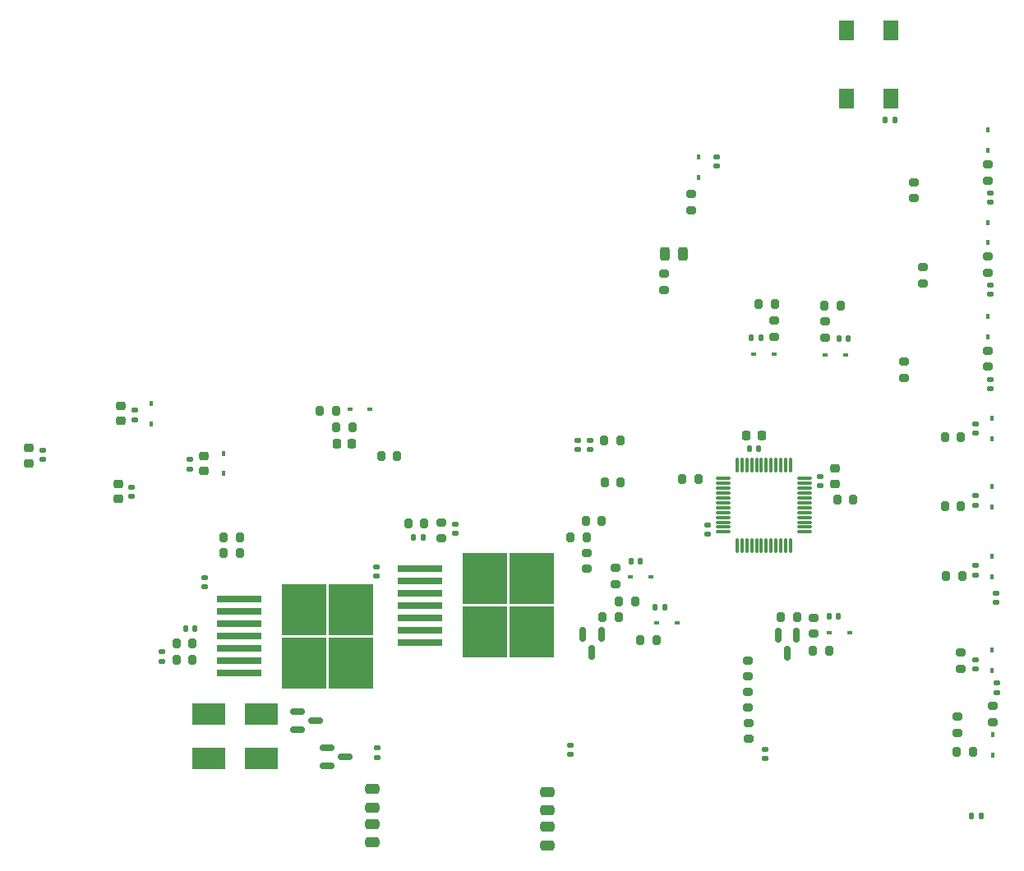
<source format=gtp>
%TF.GenerationSoftware,KiCad,Pcbnew,6.0.6-3a73a75311~116~ubuntu20.04.1*%
%TF.CreationDate,2022-07-18T20:20:35-06:00*%
%TF.ProjectId,hvac-v2,68766163-2d76-4322-9e6b-696361645f70,rev?*%
%TF.SameCoordinates,Original*%
%TF.FileFunction,Paste,Top*%
%TF.FilePolarity,Positive*%
%FSLAX46Y46*%
G04 Gerber Fmt 4.6, Leading zero omitted, Abs format (unit mm)*
G04 Created by KiCad (PCBNEW 6.0.6-3a73a75311~116~ubuntu20.04.1) date 2022-07-18 20:20:35*
%MOMM*%
%LPD*%
G01*
G04 APERTURE LIST*
G04 Aperture macros list*
%AMRoundRect*
0 Rectangle with rounded corners*
0 $1 Rounding radius*
0 $2 $3 $4 $5 $6 $7 $8 $9 X,Y pos of 4 corners*
0 Add a 4 corners polygon primitive as box body*
4,1,4,$2,$3,$4,$5,$6,$7,$8,$9,$2,$3,0*
0 Add four circle primitives for the rounded corners*
1,1,$1+$1,$2,$3*
1,1,$1+$1,$4,$5*
1,1,$1+$1,$6,$7*
1,1,$1+$1,$8,$9*
0 Add four rect primitives between the rounded corners*
20,1,$1+$1,$2,$3,$4,$5,0*
20,1,$1+$1,$4,$5,$6,$7,0*
20,1,$1+$1,$6,$7,$8,$9,0*
20,1,$1+$1,$8,$9,$2,$3,0*%
G04 Aperture macros list end*
%ADD10RoundRect,0.200000X-0.275000X0.200000X-0.275000X-0.200000X0.275000X-0.200000X0.275000X0.200000X0*%
%ADD11RoundRect,0.200000X0.275000X-0.200000X0.275000X0.200000X-0.275000X0.200000X-0.275000X-0.200000X0*%
%ADD12RoundRect,0.200000X0.200000X0.275000X-0.200000X0.275000X-0.200000X-0.275000X0.200000X-0.275000X0*%
%ADD13RoundRect,0.200000X-0.200000X-0.275000X0.200000X-0.275000X0.200000X0.275000X-0.200000X0.275000X0*%
%ADD14RoundRect,0.150000X-0.587500X-0.150000X0.587500X-0.150000X0.587500X0.150000X-0.587500X0.150000X0*%
%ADD15RoundRect,0.225000X-0.250000X0.225000X-0.250000X-0.225000X0.250000X-0.225000X0.250000X0.225000X0*%
%ADD16RoundRect,0.140000X-0.140000X-0.170000X0.140000X-0.170000X0.140000X0.170000X-0.140000X0.170000X0*%
%ADD17RoundRect,0.140000X0.170000X-0.140000X0.170000X0.140000X-0.170000X0.140000X-0.170000X-0.140000X0*%
%ADD18RoundRect,0.140000X-0.170000X0.140000X-0.170000X-0.140000X0.170000X-0.140000X0.170000X0.140000X0*%
%ADD19RoundRect,0.140000X0.140000X0.170000X-0.140000X0.170000X-0.140000X-0.170000X0.140000X-0.170000X0*%
%ADD20RoundRect,0.225000X-0.225000X-0.250000X0.225000X-0.250000X0.225000X0.250000X-0.225000X0.250000X0*%
%ADD21RoundRect,0.250000X-0.475000X0.250000X-0.475000X-0.250000X0.475000X-0.250000X0.475000X0.250000X0*%
%ADD22RoundRect,0.250000X0.475000X-0.250000X0.475000X0.250000X-0.475000X0.250000X-0.475000X-0.250000X0*%
%ADD23R,0.600000X0.450000*%
%ADD24R,3.500000X2.300000*%
%ADD25RoundRect,0.243750X-0.243750X-0.456250X0.243750X-0.456250X0.243750X0.456250X-0.243750X0.456250X0*%
%ADD26R,0.450000X0.600000*%
%ADD27RoundRect,0.150000X-0.150000X0.587500X-0.150000X-0.587500X0.150000X-0.587500X0.150000X0.587500X0*%
%ADD28R,1.500000X2.000000*%
%ADD29RoundRect,0.075000X-0.075000X0.662500X-0.075000X-0.662500X0.075000X-0.662500X0.075000X0.662500X0*%
%ADD30RoundRect,0.075000X-0.662500X0.075000X-0.662500X-0.075000X0.662500X-0.075000X0.662500X0.075000X0*%
%ADD31R,4.550000X5.250000*%
%ADD32R,4.600000X0.800000*%
%ADD33RoundRect,0.225000X0.250000X-0.225000X0.250000X0.225000X-0.250000X0.225000X-0.250000X-0.225000X0*%
G04 APERTURE END LIST*
D10*
%TO.C,R45*%
X138780000Y-94835000D03*
X138780000Y-96485000D03*
%TD*%
%TO.C,R44*%
X140730000Y-85095000D03*
X140730000Y-86745000D03*
%TD*%
%TO.C,R43*%
X139750000Y-76305000D03*
X139750000Y-77955000D03*
%TD*%
%TO.C,R42*%
X144210000Y-131375000D03*
X144210000Y-133025000D03*
%TD*%
D11*
%TO.C,R41*%
X116790000Y-79175000D03*
X116790000Y-77525000D03*
%TD*%
D12*
%TO.C,R40*%
X117555000Y-106870000D03*
X115905000Y-106870000D03*
%TD*%
D11*
%TO.C,R39*%
X122710000Y-133675000D03*
X122710000Y-132025000D03*
%TD*%
D12*
%TO.C,R38*%
X86535000Y-104490000D03*
X84885000Y-104490000D03*
%TD*%
D13*
%TO.C,R31*%
X107925000Y-107200000D03*
X109575000Y-107200000D03*
%TD*%
D14*
%TO.C,Q4*%
X79332500Y-134590000D03*
X79332500Y-136490000D03*
X81207500Y-135540000D03*
%TD*%
D15*
%TO.C,C1*%
X131600000Y-105825000D03*
X131600000Y-107375000D03*
%TD*%
D16*
%TO.C,C2*%
X136820000Y-69900000D03*
X137780000Y-69900000D03*
%TD*%
D17*
%TO.C,C3*%
X92500000Y-112480000D03*
X92500000Y-111520000D03*
%TD*%
D18*
%TO.C,C5*%
X130100000Y-106620000D03*
X130100000Y-107580000D03*
%TD*%
D16*
%TO.C,C6*%
X113120000Y-120100000D03*
X114080000Y-120100000D03*
%TD*%
D19*
%TO.C,C7*%
X89180000Y-112900000D03*
X88220000Y-112900000D03*
%TD*%
D16*
%TO.C,C8*%
X122820000Y-103800000D03*
X123780000Y-103800000D03*
%TD*%
D20*
%TO.C,C9*%
X122525000Y-102400000D03*
X124075000Y-102400000D03*
%TD*%
D21*
%TO.C,C10*%
X102000000Y-139150000D03*
X102000000Y-141050000D03*
%TD*%
%TO.C,C11*%
X102000000Y-142750000D03*
X102000000Y-144650000D03*
%TD*%
D17*
%TO.C,C12*%
X84400000Y-116880000D03*
X84400000Y-115920000D03*
%TD*%
%TO.C,C13*%
X66700000Y-117980000D03*
X66700000Y-117020000D03*
%TD*%
D20*
%TO.C,C14*%
X80325000Y-103300000D03*
X81875000Y-103300000D03*
%TD*%
D22*
%TO.C,C15*%
X84000000Y-140750000D03*
X84000000Y-138850000D03*
%TD*%
%TO.C,C16*%
X84000000Y-144350000D03*
X84000000Y-142450000D03*
%TD*%
D17*
%TO.C,C17*%
X84500000Y-135580000D03*
X84500000Y-134620000D03*
%TD*%
D19*
%TO.C,C18*%
X65680000Y-122300000D03*
X64720000Y-122300000D03*
%TD*%
D17*
%TO.C,C20*%
X62300000Y-125680000D03*
X62300000Y-124720000D03*
%TD*%
D16*
%TO.C,C21*%
X132020000Y-92400000D03*
X132980000Y-92400000D03*
%TD*%
D18*
%TO.C,C22*%
X106400000Y-102920000D03*
X106400000Y-103880000D03*
%TD*%
%TO.C,C23*%
X105100000Y-102920000D03*
X105100000Y-103880000D03*
%TD*%
%TO.C,C24*%
X119400000Y-73720000D03*
X119400000Y-74680000D03*
%TD*%
D16*
%TO.C,C25*%
X110620000Y-115400000D03*
X111580000Y-115400000D03*
%TD*%
%TO.C,C26*%
X131020000Y-121000000D03*
X131980000Y-121000000D03*
%TD*%
%TO.C,C27*%
X123020000Y-92300000D03*
X123980000Y-92300000D03*
%TD*%
D17*
%TO.C,C28*%
X146100000Y-116780000D03*
X146100000Y-115820000D03*
%TD*%
%TO.C,C29*%
X146100000Y-126480000D03*
X146100000Y-125520000D03*
%TD*%
D18*
%TO.C,C30*%
X59200000Y-107720000D03*
X59200000Y-108680000D03*
%TD*%
D17*
%TO.C,C31*%
X146100000Y-102180000D03*
X146100000Y-101220000D03*
%TD*%
%TO.C,C32*%
X146100000Y-109580000D03*
X146100000Y-108620000D03*
%TD*%
%TO.C,C33*%
X104400000Y-135280000D03*
X104400000Y-134320000D03*
%TD*%
%TO.C,C34*%
X124400000Y-135680000D03*
X124400000Y-134720000D03*
%TD*%
D18*
%TO.C,C35*%
X65200000Y-104900000D03*
X65200000Y-105860000D03*
%TD*%
D17*
%TO.C,C36*%
X148200000Y-119600000D03*
X148200000Y-118640000D03*
%TD*%
%TO.C,C37*%
X148300000Y-128880000D03*
X148300000Y-127920000D03*
%TD*%
D15*
%TO.C,C38*%
X66600000Y-104525000D03*
X66600000Y-106075000D03*
%TD*%
D19*
%TO.C,C40*%
X146680000Y-141600000D03*
X145720000Y-141600000D03*
%TD*%
D18*
%TO.C,C41*%
X147600000Y-77420000D03*
X147600000Y-78380000D03*
%TD*%
%TO.C,C42*%
X147600000Y-86920000D03*
X147600000Y-87880000D03*
%TD*%
%TO.C,C43*%
X147600000Y-96620000D03*
X147600000Y-97580000D03*
%TD*%
D23*
%TO.C,D1*%
X113250000Y-121700000D03*
X115350000Y-121700000D03*
%TD*%
%TO.C,D2*%
X81650000Y-99700000D03*
X83750000Y-99700000D03*
%TD*%
D24*
%TO.C,D4*%
X72500000Y-131100000D03*
X67100000Y-131100000D03*
%TD*%
D25*
%TO.C,D5*%
X114125000Y-83700000D03*
X116000000Y-83700000D03*
%TD*%
D26*
%TO.C,D6*%
X147900000Y-135350000D03*
X147900000Y-133250000D03*
%TD*%
D23*
%TO.C,D7*%
X132750000Y-94100000D03*
X130650000Y-94100000D03*
%TD*%
D26*
%TO.C,D10*%
X117600000Y-73750000D03*
X117600000Y-75850000D03*
%TD*%
D23*
%TO.C,D11*%
X110550000Y-117000000D03*
X112650000Y-117000000D03*
%TD*%
%TO.C,D12*%
X131050000Y-122700000D03*
X133150000Y-122700000D03*
%TD*%
%TO.C,D13*%
X125350000Y-94000000D03*
X123250000Y-94000000D03*
%TD*%
D26*
%TO.C,D14*%
X147800000Y-116950000D03*
X147800000Y-114850000D03*
%TD*%
%TO.C,D15*%
X147800000Y-126650000D03*
X147800000Y-124550000D03*
%TD*%
D24*
%TO.C,D16*%
X72500000Y-135700000D03*
X67100000Y-135700000D03*
%TD*%
D26*
%TO.C,D19*%
X147800000Y-102750000D03*
X147800000Y-100650000D03*
%TD*%
%TO.C,D20*%
X147800000Y-109750000D03*
X147800000Y-107650000D03*
%TD*%
%TO.C,D21*%
X68600000Y-104250000D03*
X68600000Y-106350000D03*
%TD*%
%TO.C,D22*%
X147400000Y-73050000D03*
X147400000Y-70950000D03*
%TD*%
%TO.C,D23*%
X147400000Y-82550000D03*
X147400000Y-80450000D03*
%TD*%
%TO.C,D24*%
X147400000Y-92250000D03*
X147400000Y-90150000D03*
%TD*%
D14*
%TO.C,Q1*%
X76262500Y-130850000D03*
X76262500Y-132750000D03*
X78137500Y-131800000D03*
%TD*%
D27*
%TO.C,Q2*%
X107550000Y-122862500D03*
X105650000Y-122862500D03*
X106600000Y-124737500D03*
%TD*%
%TO.C,Q3*%
X127650000Y-122962500D03*
X125750000Y-122962500D03*
X126700000Y-124837500D03*
%TD*%
D11*
%TO.C,R1*%
X91100000Y-113025000D03*
X91100000Y-111375000D03*
%TD*%
D13*
%TO.C,R2*%
X131875000Y-109000000D03*
X133525000Y-109000000D03*
%TD*%
D12*
%TO.C,R3*%
X107625000Y-111200000D03*
X105975000Y-111200000D03*
%TD*%
%TO.C,R4*%
X106025000Y-112900000D03*
X104375000Y-112900000D03*
%TD*%
D13*
%TO.C,R5*%
X87675000Y-111500000D03*
X89325000Y-111500000D03*
%TD*%
%TO.C,R6*%
X111575000Y-123500000D03*
X113225000Y-123500000D03*
%TD*%
D11*
%TO.C,R7*%
X122700000Y-130450000D03*
X122700000Y-128800000D03*
%TD*%
D13*
%TO.C,R8*%
X78575000Y-99900000D03*
X80225000Y-99900000D03*
%TD*%
%TO.C,R9*%
X80275000Y-101600000D03*
X81925000Y-101600000D03*
%TD*%
D12*
%TO.C,R10*%
X65425000Y-123800000D03*
X63775000Y-123800000D03*
%TD*%
D13*
%TO.C,R11*%
X68675000Y-112900000D03*
X70325000Y-112900000D03*
%TD*%
%TO.C,R12*%
X68675000Y-114500000D03*
X70325000Y-114500000D03*
%TD*%
D11*
%TO.C,R13*%
X114000000Y-87425000D03*
X114000000Y-85775000D03*
%TD*%
D12*
%TO.C,R14*%
X65425000Y-125500000D03*
X63775000Y-125500000D03*
%TD*%
D10*
%TO.C,R15*%
X147900000Y-130275000D03*
X147900000Y-131925000D03*
%TD*%
D12*
%TO.C,R16*%
X109525000Y-102900000D03*
X107875000Y-102900000D03*
%TD*%
%TO.C,R18*%
X132225000Y-89000000D03*
X130575000Y-89000000D03*
%TD*%
%TO.C,R19*%
X125425000Y-88900000D03*
X123775000Y-88900000D03*
%TD*%
D11*
%TO.C,R20*%
X125400000Y-92225000D03*
X125400000Y-90575000D03*
%TD*%
%TO.C,R21*%
X109000000Y-117725000D03*
X109000000Y-116075000D03*
%TD*%
D13*
%TO.C,R22*%
X129375000Y-124600000D03*
X131025000Y-124600000D03*
%TD*%
%TO.C,R23*%
X107675000Y-121100000D03*
X109325000Y-121100000D03*
%TD*%
D11*
%TO.C,R24*%
X129400000Y-122825000D03*
X129400000Y-121175000D03*
%TD*%
D12*
%TO.C,R25*%
X145825000Y-135000000D03*
X144175000Y-135000000D03*
%TD*%
D11*
%TO.C,R26*%
X147400000Y-76125000D03*
X147400000Y-74475000D03*
%TD*%
%TO.C,R27*%
X147400000Y-85625000D03*
X147400000Y-83975000D03*
%TD*%
%TO.C,R28*%
X147400000Y-95325000D03*
X147400000Y-93675000D03*
%TD*%
D28*
%TO.C,SW1*%
X132850000Y-60700000D03*
X132850000Y-67700000D03*
X137350000Y-60700000D03*
X137350000Y-67700000D03*
%TD*%
D29*
%TO.C,U1*%
X127050000Y-105437500D03*
X126550000Y-105437500D03*
X126050000Y-105437500D03*
X125550000Y-105437500D03*
X125050000Y-105437500D03*
X124550000Y-105437500D03*
X124050000Y-105437500D03*
X123550000Y-105437500D03*
X123050000Y-105437500D03*
X122550000Y-105437500D03*
X122050000Y-105437500D03*
X121550000Y-105437500D03*
D30*
X120137500Y-106850000D03*
X120137500Y-107350000D03*
X120137500Y-107850000D03*
X120137500Y-108350000D03*
X120137500Y-108850000D03*
X120137500Y-109350000D03*
X120137500Y-109850000D03*
X120137500Y-110350000D03*
X120137500Y-110850000D03*
X120137500Y-111350000D03*
X120137500Y-111850000D03*
X120137500Y-112350000D03*
D29*
X121550000Y-113762500D03*
X122050000Y-113762500D03*
X122550000Y-113762500D03*
X123050000Y-113762500D03*
X123550000Y-113762500D03*
X124050000Y-113762500D03*
X124550000Y-113762500D03*
X125050000Y-113762500D03*
X125550000Y-113762500D03*
X126050000Y-113762500D03*
X126550000Y-113762500D03*
X127050000Y-113762500D03*
D30*
X128462500Y-112350000D03*
X128462500Y-111850000D03*
X128462500Y-111350000D03*
X128462500Y-110850000D03*
X128462500Y-110350000D03*
X128462500Y-109850000D03*
X128462500Y-109350000D03*
X128462500Y-108850000D03*
X128462500Y-108350000D03*
X128462500Y-107850000D03*
X128462500Y-107350000D03*
X128462500Y-106850000D03*
%TD*%
D31*
%TO.C,U2*%
X95575000Y-117125000D03*
X100425000Y-122675000D03*
X100425000Y-117125000D03*
X95575000Y-122675000D03*
D32*
X88850000Y-116090000D03*
X88850000Y-117360000D03*
X88850000Y-118630000D03*
X88850000Y-119900000D03*
X88850000Y-121170000D03*
X88850000Y-122440000D03*
X88850000Y-123710000D03*
%TD*%
D31*
%TO.C,U3*%
X81800000Y-120325000D03*
X81800000Y-125875000D03*
X76950000Y-120325000D03*
X76950000Y-125875000D03*
D32*
X70225000Y-119290000D03*
X70225000Y-120560000D03*
X70225000Y-121830000D03*
X70225000Y-123100000D03*
X70225000Y-124370000D03*
X70225000Y-125640000D03*
X70225000Y-126910000D03*
%TD*%
D10*
%TO.C,R29*%
X106100000Y-114500000D03*
X106100000Y-116150000D03*
%TD*%
D11*
%TO.C,R30*%
X122700000Y-127225000D03*
X122700000Y-125575000D03*
%TD*%
D13*
%TO.C,R32*%
X109375000Y-119500000D03*
X111025000Y-119500000D03*
%TD*%
D12*
%TO.C,R33*%
X127725000Y-121100000D03*
X126075000Y-121100000D03*
%TD*%
D17*
%TO.C,C4*%
X118500000Y-112580000D03*
X118500000Y-111620000D03*
%TD*%
D10*
%TO.C,R17*%
X130600000Y-90675000D03*
X130600000Y-92325000D03*
%TD*%
D12*
%TO.C,R34*%
X144725000Y-116900000D03*
X143075000Y-116900000D03*
%TD*%
D11*
%TO.C,R35*%
X144600000Y-126425000D03*
X144600000Y-124775000D03*
%TD*%
D12*
%TO.C,R36*%
X144625000Y-109700000D03*
X142975000Y-109700000D03*
%TD*%
%TO.C,R37*%
X144625000Y-102600000D03*
X142975000Y-102600000D03*
%TD*%
D18*
%TO.C,C44*%
X50000000Y-103920000D03*
X50000000Y-104880000D03*
%TD*%
D15*
%TO.C,C47*%
X57800000Y-107400000D03*
X57800000Y-108950000D03*
%TD*%
D17*
%TO.C,C45*%
X59500000Y-100780000D03*
X59500000Y-99820000D03*
%TD*%
D33*
%TO.C,C46*%
X58100000Y-100875000D03*
X58100000Y-99325000D03*
%TD*%
D26*
%TO.C,D26*%
X61200000Y-101250000D03*
X61200000Y-99150000D03*
%TD*%
D15*
%TO.C,C48*%
X48600000Y-103725000D03*
X48600000Y-105275000D03*
%TD*%
M02*

</source>
